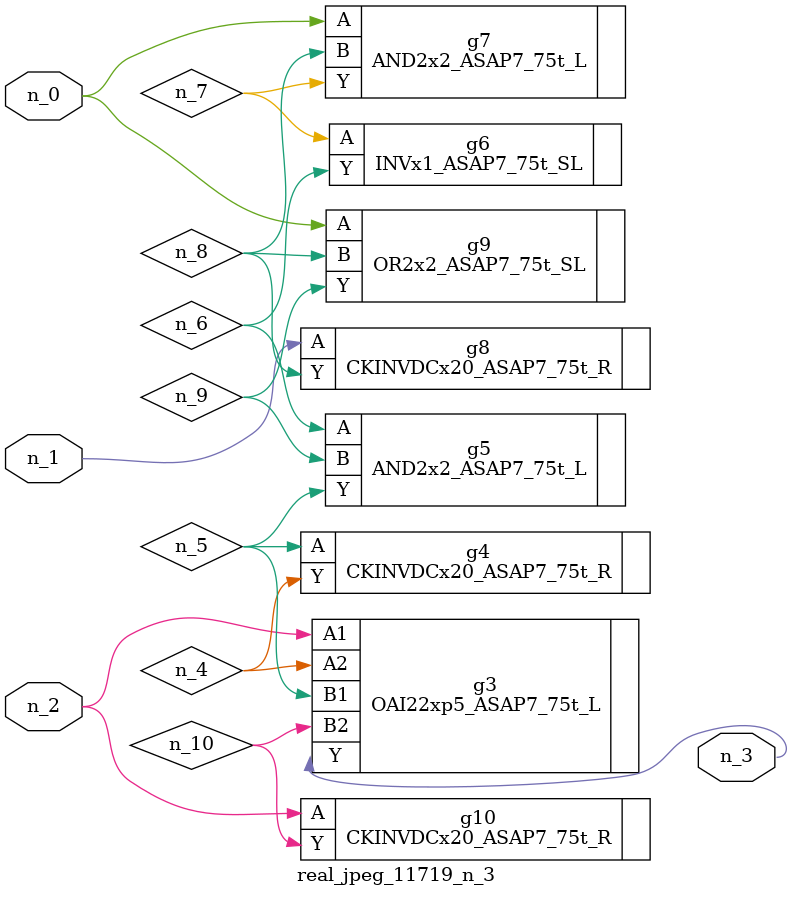
<source format=v>
module real_jpeg_11719_n_3 (n_1, n_0, n_2, n_3);

input n_1;
input n_0;
input n_2;

output n_3;

wire n_5;
wire n_4;
wire n_8;
wire n_6;
wire n_7;
wire n_10;
wire n_9;

AND2x2_ASAP7_75t_L g7 ( 
.A(n_0),
.B(n_8),
.Y(n_7)
);

OR2x2_ASAP7_75t_SL g9 ( 
.A(n_0),
.B(n_8),
.Y(n_9)
);

CKINVDCx20_ASAP7_75t_R g8 ( 
.A(n_1),
.Y(n_8)
);

OAI22xp5_ASAP7_75t_L g3 ( 
.A1(n_2),
.A2(n_4),
.B1(n_5),
.B2(n_10),
.Y(n_3)
);

CKINVDCx20_ASAP7_75t_R g10 ( 
.A(n_2),
.Y(n_10)
);

CKINVDCx20_ASAP7_75t_R g4 ( 
.A(n_5),
.Y(n_4)
);

AND2x2_ASAP7_75t_L g5 ( 
.A(n_6),
.B(n_9),
.Y(n_5)
);

INVx1_ASAP7_75t_SL g6 ( 
.A(n_7),
.Y(n_6)
);


endmodule
</source>
